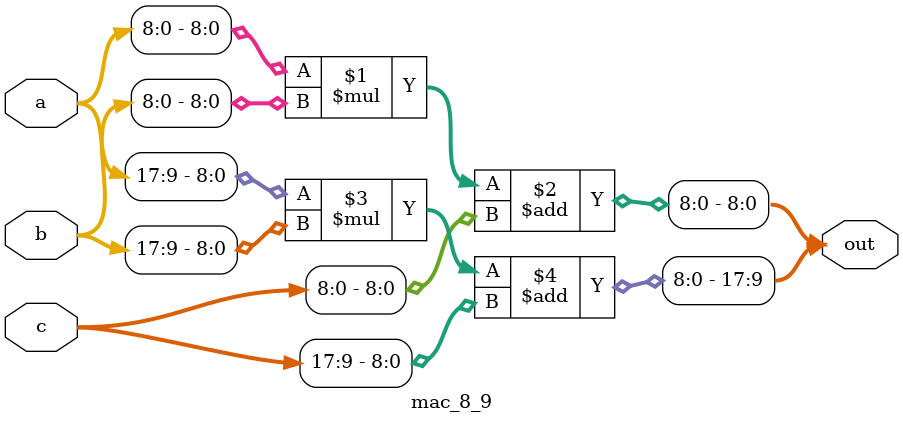
<source format=v>

module mac_8_9(a, b, c, out);
parameter DATA_WIDTH = 18;  /* declare a parameter. default required */
input [DATA_WIDTH - 1 : 0] a, b, c;
output [DATA_WIDTH - 1 : 0] out;

assign out[8:0] = a[8:0] * b[8:0] + c[8:0];
assign out[17:9] = a[17:9] * b[17:9] + c[17:9];

endmodule










</source>
